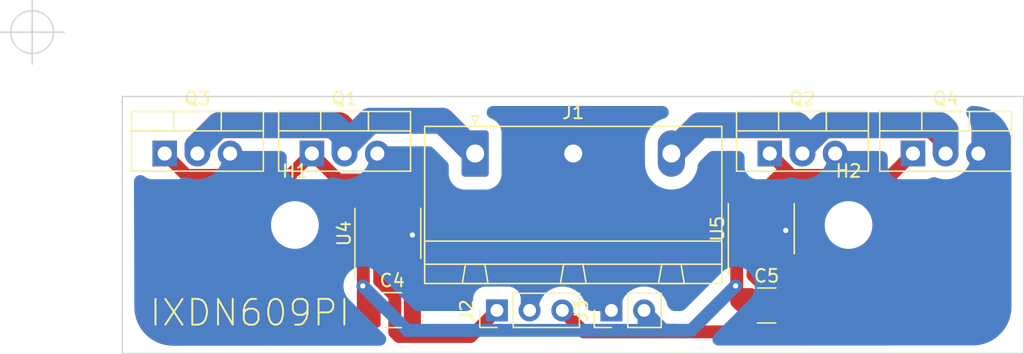
<source format=kicad_pcb>
(kicad_pcb (version 20240108) (generator "pcbnew") (generator_version "8.0")
  (layers (0 "F.Cu" signal) (31 "B.Cu" signal) (34 "B.Paste" user) (35 "F.Paste" user) (36 "B.SilkS" user "B.Silkscreen") (37 "F.SilkS" user "F.Silkscreen") (38 "B.Mask" user) (39 "F.Mask" user) (44 "Edge.Cuts" user))
  (net 0 "")
  (net 1 "GND")
  (net 2 "Net-(J1-Pin_3)")
  (net 3 "Net-(J1-Pin_1)")
  (net 4 "Net-(Q1-G)")
  (net 7 "Net-(Q2-G)")
  (net 8 "Net-(J2-Pin_1)")
  (net 9 "Net-(J2-Pin_3)")
  (net 10 "Net-(J3-Pin_2)")
  (footprint "MountingHole:MountingHole_3.2mm_M3" (layer "F.Cu") (at 33.401552 30)
    (property "Reference" "H1")
    (property "Value" "MountingHole")
  )
  (footprint "Connector_PinHeader_2.54mm:PinHeader_1x02_P2.54mm_Vertical" (layer "F.Cu") (at 57.981552 36.64 90)
    (property "Reference" "J3")
    (property "Value" "PWR")
  )
  (footprint "Package_TO_SOT_THT:TO-220-3_Vertical" (layer "F.Cu") (at 81.401552 24.44)
    (property "Reference" "Q4")
    (property "Value" "IRF540N")
  )
  (footprint "Capacitor_SMD:C_1210_3225Metric_Pad1.33x2.70mm_HandSolder" (layer "F.Cu") (at 40.964052 36.619)
    (property "Reference" "C4")
    (property "Value" "220n")
  )
  (footprint "MountingHole:MountingHole_3.2mm_M3" (layer "F.Cu") (at 76.401552 30)
    (property "Reference" "H2")
    (property "Value" "MountingHole")
  )
  (footprint "Capacitor_SMD:C_1210_3225Metric_Pad1.33x2.70mm_HandSolder" (layer "F.Cu") (at 70.041052 36.259)
    (property "Reference" "C5")
    (property "Value" "220n")
  )
  (footprint "Connector_PinHeader_2.54mm:PinHeader_1x03_P2.54mm_Vertical" (layer "F.Cu") (at 49.091552 36.64 90)
    (property "Reference" "J2")
    (property "Value" "IN")
  )
  (footprint "Package_TO_SOT_THT:TO-220-3_Vertical" (layer "F.Cu") (at 23.291552 24.44)
    (property "Reference" "Q3")
    (property "Value" "IRF540N")
  )
  (footprint "Package_TO_SOT_THT:TO-220-3_Vertical" (layer "F.Cu") (at 70.281552 24.44)
    (property "Reference" "Q2")
    (property "Value" "IRF540N")
  )
  (footprint "Package_SO:SOIC-8_3.9x4.9mm_P1.27mm" (layer "F.Cu") (at 40.621552 30.65 90)
    (property "Reference" "U4")
    (property "Value" "IXDN609PI")
  )
  (footprint "Package_TO_SOT_THT:TO-220-3_Vertical" (layer "F.Cu") (at 34.721552 24.44)
    (property "Reference" "Q1")
    (property "Value" "IRF540N")
  )
  (footprint "Connector_Phoenix_GMSTB:PhoenixContact_GMSTBA_2,5_3-G-7,62_1x03_P7.62mm_Horizontal" (layer "F.Cu") (at 47.401552 24.44)
    (property "Reference" "J1")
    (property "Value" "Out")
  )
  (footprint "Package_SO:SOIC-8_3.9x4.9mm_P1.27mm" (layer "F.Cu") (at 69.621552 30.29 90)
    (property "Reference" "U5")
    (property "Value" "IXDN609PI")
  )
  (gr_poly (pts (xy 82.442703 27.688585) (xy 82.447122 27.688925) (xy 82.451512 27.689447) (xy 82.455868 27.690149) (xy 82.460183 27.691028) (xy 82.464453 27.692083) (xy 82.468671 27.693311) (xy 82.472834 27.694708) (xy 82.476934 27.696274) (xy 82.480967 27.698006) (xy 82.484927 27.6999) (xy 82.488809 27.701955) (xy 82.492608 27.704168) (xy 82.496317 27.706537) (xy 82.499932 27.70906) (xy 82.503447 27.711734) (xy 82.506857 27.714556) (xy 82.510156 27.717524) (xy 82.513339 27.720637) (xy 82.5164 27.72389) (xy 82.519334 27.727283) (xy 82.522135 27.730812) (xy 82.524799 27.734475) (xy 82.527319 27.73827) (xy 82.52969 27.742194) (xy 82.531908 27.746246) (xy 83.014045 28.674589) (xy 83.537443 28.673848) (xy 84.430342 28.674471) (xy 85.029482 28.676069) (xy 85.39387 28.678241) (xy 85.582514 28.680582) (xy 86.105886 27.81427) (xy 86.110834 27.806805) (xy 86.116314 27.79986) (xy 86.122287 27.793451) (xy 86.128711 27.787595) (xy 86.135546 27.782308) (xy 86.142753 27.777607) (xy 86.15029 27.773508) (xy 86.158118 27.770028) (xy 86.166196 27.767184) (xy 86.174484 27.764991) (xy 86.182942 27.763466) (xy 86.191529 27.762627) (xy 86.200205 27.762488) (xy 86.20893 27.763068) (xy 86.217663 27.764382) (xy 86.226364 27.766447) (xy 86.230671 27.767745) (xy 86.234891 27.76921) (xy 86.239021 27.770838) (xy 86.243057 27.772625) (xy 86.250836 27.776658) (xy 86.258201 27.781274) (xy 86.265127 27.786439) (xy 86.271587 27.792119) (xy 86.277556 27.79828) (xy 86.283007 27.804887) (xy 86.287914 27.811906) (xy 86.292252 27.819303) (xy 86.295993 27.827044) (xy 86.299113 27.835094) (xy 86.301585 27.843418) (xy 86.303383 27.851984) (xy 86.304021 27.856346) (xy 86.304481 27.860756) (xy 86.304759 27.865209) (xy 86.304853 27.8697) (xy 86.304853 32.700607) (xy 86.304538 32.71768) (xy 86.3036 32.73459) (xy 86.302052 32.751329) (xy 86.299906 32.767886) (xy 86.297174 32.784252) (xy 86.293868 32.800418) (xy 86.29 32.816373) (xy 86.285581 32.832109) (xy 86.280625 32.847614) (xy 86.275143 32.86288) (xy 86.269147 32.877897) (xy 86.262649 32.892655) (xy 86.255661 32.907145) (xy 86.248196 32.921357) (xy 86.240265 32.93528) (xy 86.231881 32.948906) (xy 86.626309 32.948906) (xy 86.62825 32.948922) (xy 86.630195 32.948972) (xy 86.63214 32.949055) (xy 86.634084 32.949174) (xy 86.636024 32.949328) (xy 86.637958 32.94952) (xy 86.639884 32.949749) (xy 86.6418 32.950017) (xy 86.651757 32.950305) (xy 86.662427 32.949796) (xy 86.668838 32.949125) (xy 86.675835 32.948081) (xy 86.683318 32.94659) (xy 86.691189 32.94458) (xy 86.699348 32.94198) (xy 86.707697 32.938716) (xy 86.716136 32.934716) (xy 86.724566 32.929908) (xy 86.728747 32.927179) (xy 86.732889 32.92422) (xy 86.736979 32.921023) (xy 86.741005 32.917579) (xy 86.748608 32.910136) (xy 86.755746 32.901861) (xy 86.762416 32.892768) (xy 86.768614 32.882866) (xy 86.774337 32.872167) (xy 86.779582 32.860683) (xy 86.784344 32.848424) (xy 86.78862 32.835402) (xy 86.792407 32.821627) (xy 86.7957 32.807112) (xy 86.798497 32.791867) (xy 86.800793 32.775904) (xy 86.802585 32.759234) (xy 86.80387 32.741868) (xy 86.804643 32.723817) (xy 86.804902 32.705092) (xy 86.804142 32.678692) (xy 86.801909 32.652634) (xy 86.798274 32.626843) (xy 86.793307 32.601246) (xy 86.78708 32.575768) (xy 86.779661 32.550335) (xy 86.771124 32.524873) (xy 86.761537 32.499308) (xy 86.750971 32.473566) (xy 86.739498 32.447572) (xy 86.714109 32.394535) (xy 86.685937 32.339603) (xy 86.655545 32.282183) (xy 86.61088 32.197257) (xy 86.565575 32.106158) (xy 86.521662 32.007739) (xy 86.500863 31.955425) (xy 86.481174 31.900851) (xy 86.46285 31.843872) (xy 86.446144 31.784345) (xy 86.431312 31.722127) (xy 86.418606 31.657073) (xy 86.408282 31.589042) (xy 86.400592 31.517888) (xy 86.395792 31.443468) (xy 86.394136 31.36564) (xy 86.395411 31.296808) (xy 86.399131 31.230734) (xy 86.405137 31.167377) (xy 86.413268 31.106698) (xy 86.423366 31.048656) (xy 86.435272 30.993213) (xy 86.448825 30.940329) (xy 86.463868 30.889963) (xy 86.48024 30.842077) (xy 86.497783 30.79663) (xy 86.516336 30.753583) (xy 86.535742 30.712895) (xy 86.55584 30.674529) (xy 86.576471 30.638443) (xy 86.597476 30.604597) (xy 86.618696 30.572953) (xy 86.639971 30.543471) (xy 86.661143 30.51611) (xy 86.682051 30.490832) (xy 86.702536 30.467596) (xy 86.741603 30.427092) (xy 86.777069 30.394282) (xy 86.807659 30.368847) (xy 86.8321 30.35047) (xy 86.857435 30.33362) (xy 86.862246 30.330931) (xy 86.867135 30.328515) (xy 86.872093 30.326369) (xy 86.87711 30.324491) (xy 86.882178 30.322877) (xy 86.887288 30.321527) (xy 86.892429 30.320438) (xy 86.897593 30.319607) (xy 86.90277 30.319033) (xy 86.907952 30.318712) (xy 86.913129 30.318643) (xy 86.918291 30.318823) (xy 86.92343 30.31925) (xy 86.928536 30.319921) (xy 86.9336 30.320835) (xy 86.938612 30.32199) (xy 86.943564 30.323381) (xy 86.948447 30.325009) (xy 86.95325 30.326869) (xy 86.957965 30.328961) (xy 86.962582 30.331281) (xy 86.967093 30.333827) (xy 86.971488 30.336597) (xy 86.975757 30.339589) (xy 86.979892 30.342801) (xy 86.983883 30.346229) (xy 86.987721 30.349873) (xy 86.991397 30.353728) (xy 86.994901 30.357794) (xy 86.998224 30.362068) (xy 87.001358 30.366547) (xy 87.004292 30.37123) (xy 87.00698 30.376047) (xy 87.009396 30.380941) (xy 87.011542 30.385903) (xy 87.01342 30.390925) (xy 87.015033 30.395996) (xy 87.016383 30.401107) (xy 87.017473 30.40625) (xy 87.018303 30.411415) (xy 87.018878 30.416593) (xy 87.019199 30.421775) (xy 87.019269 30.426951) (xy 87.019089 30.432112) (xy 87.018663 30.437249) (xy 87.017992 30.442353) (xy 87.017079 30.447414) (xy 87.015927 30.452424) (xy 87.014536 30.457373) (xy 87.012911 30.462251) (xy 87.011053 30.467051) (xy 87.008964 30.471761) (xy 87.006647 30.476374) (xy 87.004104 30.48088) (xy 87.001337 30.485269) (xy 86.99835 30.489533) (xy 86.995143 30.493663) (xy 86.99172 30.497648) (xy 86.988082 30.50148) (xy 86.984232 30.50515) (xy 86.980173 30.508648) (xy 86.975906 30.511966) (xy 86.971435 30.515093) (xy 86.96676 30.518021) (xy 86.947339 30.531445) (xy 86.90486 30.566794) (xy 86.877445 30.593395) (xy 86.84723 30.626323) (xy 86.815203 30.66586) (xy 86.782352 30.712288) (xy 86.749666 30.765889) (xy 86.718132 30.826946) (xy 86.688739 30.89574) (xy 86.662474 30.972553) (xy 86.640326 31.057668) (xy 86.631104 31.103426) (xy 86.623282 31.151366) (xy 86.616983 31.201522) (xy 86.612331 31.253929) (xy 86.60945 31.308623) (xy 86.608462 31.36564) (xy 86.609899 31.433651) (xy 86.614074 31.498664) (xy 86.620781 31.560835) (xy 86.629814 31.62032) (xy 86.640968 31.677275) (xy 86.654038 31.731856) (xy 86.668818 31.784219) (xy 86.685102 31.834521) (xy 86.702685 31.882917) (xy 86.721361 31.929563) (xy 86.740925 31.974616) (xy 86.761171 32.018232) (xy 86.802888 32.101776) (xy 86.844868 32.181442) (xy 86.8781 32.244381) (xy 86.909932 32.306977) (xy 86.939431 32.369758) (xy 86.953013 32.401383) (xy 86.965662 32.433253) (xy 86.977259 32.465433) (xy 86.98769 32.497991) (xy 86.996836 32.530991) (xy 87.004581 32.5645) (xy 87.010808 32.598584) (xy 87.015401 32.633309) (xy 87.018242 32.668741) (xy 87.019215 32.704947) (xy 87.018664 32.736228) (xy 87.017013 32.766496) (xy 87.014264 32.795745) (xy 87.010419 32.82397) (xy 87.00548 32.851166) (xy 86.999449 32.877329) (xy 86.992328 32.902453) (xy 86.984119 32.926534) (xy 86.974825 32.949567) (xy 86.964447 32.971546) (xy 86.952988 32.992468) (xy 86.940449 33.012327) (xy 86.926833 33.031119) (xy 86.912142 33.048838) (xy 86.896377 33.065479) (xy 86.879541 33.081039) (xy 86.871727 33.087582) (xy 86.863858 33.093782) (xy 86.847989 33.105189) (xy 86.832012 33.115333) (xy 86.816005 33.124282) (xy 86.800046 33.132109) (xy 86.784212 33.138883) (xy 86.768582 33.144677) (xy 86.753232 33.149559) (xy 86.738242 33.153603) (xy 86.723688 33.156877) (xy 86.709648 33.159453) (xy 86.6962 33.161402) (xy 86.683421 33.162795) (xy 86.671391 33.163702) (xy 86.660185 33.164195) (xy 86.649883 33.164343) (xy 86.64534 33.164315) (xy 86.641033 33.164234) (xy 86.636966 33.164109) (xy 86.633146 33.163948) (xy 86.629579 33.163757) (xy 86.626269 33.163545) (xy 86.620448 33.163086) (xy 82.792165 33.163086) (xy 82.768391 33.162483) (xy 82.744927 33.160693) (xy 82.7218 33.157745) (xy 82.69904 33.15367) (xy 82.676677 33.148495) (xy 82.654739 33.142251) (xy 82.633256 33.134966) (xy 82.612257 33.126671) (xy 82.591772 33.117394) (xy 82.57183 33.107164) (xy 82.552459 33.096011) (xy 82.533689 33.083965) (xy 82.51555 33.071054) (xy 82.498071 33.057308) (xy 82.48128 33.042756) (xy 82.465208 33.027428) (xy 82.449883 33.011352) (xy 82.435334 32.994558) (xy 82.421592 32.977076) (xy 82.408685 32.958934) (xy 82.396642 32.940163) (xy 82.385493 32.920791) (xy 82.375267 32.900847) (xy 82.365994 32.880361) (xy 82.357701 32.859362) (xy 82.35042 32.83788) (xy 82.344178 32.815944) (xy 82.339006 32.793583) (xy 82.334932 32.770826) (xy 82.331986 32.747703) (xy 82.330197 32.724243) (xy 82.329594 32.700475) (xy 82.329594 28.234521) (xy 82.543906 28.234521) (xy 82.543906 32.700555) (xy 82.54423 32.713309) (xy 82.545191 32.725899) (xy 82.546772 32.738308) (xy 82.548959 32.75052) (xy 82.551736 32.76252) (xy 82.555087 32.774293) (xy 82.558996 32.785822) (xy 82.563448 32.797091) (xy 82.568426 32.808086) (xy 82.573916 32.81879) (xy 82.5799 32.829187) (xy 82.586365 32.839262) (xy 82.593293 32.848998) (xy 82.60067 32.858382) (xy 82.608479 32.867395) (xy 82.616705 32.876024) (xy 82.625332 32.884251) (xy 82.634344 32.892062) (xy 82.643726 32.89944) (xy 82.653461 32.90637) (xy 82.663535 32.912836) (xy 82.673931 32.918822) (xy 82.684634 32.924313) (xy 82.695627 32.929293) (xy 82.706896 32.933746) (xy 82.718425 32.937656) (xy 82.730197 32.941008) (xy 82.742197 32.943785) (xy 82.75441 32.945973) (xy 82.766819 32.947555) (xy 82.77941 32.948516) (xy 82.792165 32.94884) (xy 84.429645 32.94884) (xy 84.429645 32.94892) (xy 85.842321 32.94892) (xy 85.855077 32.948596) (xy 85.867666 32.947635) (xy 85.880075 32.946053) (xy 85.892287 32.943865) (xy 85.904287 32.941087) (xy 85.916058 32.937735) (xy 85.927585 32.933825) (xy 85.938853 32.929372) (xy 85.949845 32.924392) (xy 85.960546 32.918901) (xy 85.970941 32.912915) (xy 85.981013 32.906449) (xy 85.990746 32.899518) (xy 86.000126 32.89214) (xy 86.009137 32.884329) (xy 86.017762 32.876101) (xy 86.025986 32.867473) (xy 86.033793 32.858459) (xy 86.041168 32.849075) (xy 86.048094 32.839338) (xy 86.054557 32.829262) (xy 86.06054 32.818864) (xy 86.066028 32.80816) (xy 86.071005 32.797165) (xy 86.075455 32.785895) (xy 86.079363 32.774365) (xy 86.082713 32.762592) (xy 86.085489 32.75059) (xy 86.087675 32.738377) (xy 86.089256 32.725967) (xy 86.090217 32.713377) (xy 86.09054 32.700621) (xy 86.09054 28.254298) (xy 85.734477 28.843724) (xy 85.730175 28.850282) (xy 85.725453 28.85644) (xy 85.72034 28.862187) (xy 85.714865 28.867514) (xy 85.709055 28.87241) (xy 85.70294 28.876865) (xy 85.696547 28.880867) (xy 85.689905 28.884407) (xy 85.683043 28.887474) (xy 85.675988 28.890058) (xy 85.66877 28.892148) (xy 85.661418 28.893734) (xy 85.653958 28.894805) (xy 85.64642 28.895352) (xy 85.638832 28.895363) (xy 85.631224 28.894828) (xy 84.862032 28.889961) (xy 83.537443 28.888161) (xy 83.105967 28.888561) (xy 82.956035 28.889378) (xy 82.952226 28.889536) (xy 82.948415 28.889552) (xy 82.944607 28.889428) (xy 82.940805 28.889166) (xy 82.937014 28.888766) (xy 82.933238 28.88823) (xy 82.92948 28.887561) (xy 82.925747 28.886759) (xy 82.922041 28.885826) (xy 82.918366 28.884764) (xy 82.914728 28.883574) (xy 82.91113 28.882258) (xy 82.907577 28.880816) (xy 82.904072 28.879252) (xy 82.900621 28.877566) (xy 82.897226 28.87576) (xy 82.893893 28.873835) (xy 82.890626 28.871794) (xy 82.887428 28.869637) (xy 82.884305 28.867366) (xy 82.88126 28.864982) (xy 82.878297 28.862488) (xy 82.875422 28.859884) (xy 82.872637 28.857173) (xy 82.869948 28.854356) (xy 82.867358 28.851434) (xy 82.864871 28.848409) (xy 82.862493 28.845282) (xy 82.860227 28.842056) (xy 82.858077 28.83873) (xy 82.856048 28.835309) (xy 82.854144 28.831791) (xy 82.543906 28.234521) (xy 82.329594 28.234521) (xy 82.329594 27.795604) (xy 82.329692 27.790996) (xy 82.329985 27.78643) (xy 82.330468 27.78191) (xy 82.331139 27.777441) (xy 82.331993 27.773027) (xy 82.333027 27.768674) (xy 82.334238 27.764385) (xy 82.335622 27.760165) (xy 82.337174 27.75602) (xy 82.338893 27.751952) (xy 82.340774 27.747967) (xy 82.342813 27.74407) (xy 82.345008 27.740265) (xy 82.347354 27.736556) (xy 82.349847 27.732948) (xy 82.352485 27.729446) (xy 82.355264 27.726055) (xy 82.35818 27.722778) (xy 82.361229 27.71962) (xy 82.364409 27.716587) (xy 82.367715 27.713682) (xy 82.371144 27.71091) (xy 82.374692 27.708276) (xy 82.378356 27.705784) (xy 82.382131 27.703439) (xy 82.386016 27.701245) (xy 82.390006 27.699207) (xy 82.394096 27.69733) (xy 82.398285 27.695618) (xy 82.402568 27.694075) (xy 82.406942 27.692706) (xy 82.411403 27.691517) (xy 82.415875 27.690512) (xy 82.420356 27.689707) (xy 82.424841 27.689098) (xy 82.429323 27.688684) (xy 82.433798 27.688462) (xy 82.438259 27.68843)) (stroke (width 0.01)) (fill solid) (layer "F.Cu"))
  (gr_poly (pts (xy 83.477572 29.616808) (xy 83.496523 29.618253) (xy 83.515202 29.620633) (xy 83.533584 29.623925) (xy 83.551646 29.628103) (xy 83.569364 29.633146) (xy 83.586715 29.639028) (xy 83.603675 29.645727) (xy 83.620221 29.653219) (xy 83.636328 29.66148) (xy 83.651974 29.670486) (xy 83.667134 29.680215) (xy 83.681786 29.690641) (xy 83.695904 29.701742) (xy 83.709466 29.713494) (xy 83.722448 29.725873) (xy 83.734827 29.738856) (xy 83.746578 29.752418) (xy 83.757678 29.766537) (xy 83.768104 29.781188) (xy 83.777831 29.796349) (xy 83.786837 29.811994) (xy 83.795097 29.828102) (xy 83.802588 29.844647) (xy 83.809286 29.861607) (xy 83.815168 29.878957) (xy 83.82021 29.896674) (xy 83.824388 29.914735) (xy 83.827679 29.933116) (xy 83.830058 29.951792) (xy 83.831504 29.970741) (xy 83.831991 29.989939) (xy 83.831503 30.009139) (xy 83.830058 30.02809) (xy 83.827677 30.046768) (xy 83.824385 30.06515) (xy 83.820206 30.083212) (xy 83.815162 30.10093) (xy 83.809279 30.118281) (xy 83.802579 30.135242) (xy 83.795086 30.151787) (xy 83.786823 30.167895) (xy 83.777816 30.18354) (xy 83.768086 30.198701) (xy 83.757659 30.213352) (xy 83.746556 30.22747) (xy 83.734803 30.241032) (xy 83.722423 30.254015) (xy 83.70944 30.266393) (xy 83.695877 30.278144) (xy 83.681757 30.289244) (xy 83.667105 30.29967) (xy 83.651945 30.309397) (xy 83.636299 30.318403) (xy 83.620192 30.326663) (xy 83.603647 30.334154) (xy 83.586689 30.340852) (xy 83.569339 30.346734) (xy 83.551623 30.351776) (xy 83.533565 30.355954) (xy 83.515186 30.359245) (xy 83.496513 30.361625) (xy 83.477567 30.36307) (xy 83.458372 30.363557) (xy 83.439182 30.36307) (xy 83.420239 30.361625) (xy 83.401568 30.359245) (xy 83.383192 30.355954) (xy 83.365135 30.351776) (xy 83.34742 30.346734) (xy 83.330072 30.340852) (xy 83.313114 30.334154) (xy 83.29657 30.326663) (xy 83.280463 30.318403) (xy 83.264818 30.309397) (xy 83.249657 30.29967) (xy 83.235005 30.289244) (xy 83.220885 30.278144) (xy 83.207321 30.266393) (xy 83.194336 30.254015) (xy 83.181955 30.241032) (xy 83.170201 30.22747) (xy 83.159098 30.213352) (xy 83.148669 30.198701) (xy 83.138939 30.18354) (xy 83.12993 30.167895) (xy 83.121666 30.151787) (xy 83.114172 30.135242) (xy 83.107471 30.118281) (xy 83.101586 30.10093) (xy 83.096542 30.083212) (xy 83.092362 30.06515) (xy 83.089069 30.046768) (xy 83.086688 30.02809) (xy 83.085242 30.009139) (xy 83.084757 29.990031) (xy 83.299067 29.990031) (xy 83.299275 29.998217) (xy 83.299891 30.006296) (xy 83.300907 30.014259) (xy 83.302311 30.022096) (xy 83.304093 30.029796) (xy 83.306244 30.037349) (xy 83.308754 30.044747) (xy 83.311611 30.051977) (xy 83.314807 30.059031) (xy 83.31833 30.065898) (xy 83.322172 30.072568) (xy 83.326321 30.079031) (xy 83.330768 30.085277) (xy 83.335503 30.091295) (xy 83.340515 30.097077) (xy 83.345794 30.102612) (xy 83.35133 30.107889) (xy 83.357114 30.112898) (xy 83.363135 30.11763) (xy 83.369382 30.122075) (xy 83.375847 30.126222) (xy 83.382518 30.130061) (xy 83.389385 30.133582) (xy 83.39644 30.136776) (xy 83.40367 30.139631) (xy 83.411067 30.142139) (xy 83.41862 30.144288) (xy 83.426319 30.146069) (xy 83.434153 30.147472) (xy 83.442114 30.148487) (xy 83.45019 30.149103) (xy 83.458372 30.14931) (xy 83.46656 30.149103) (xy 83.474642 30.148487) (xy 83.482607 30.147472) (xy 83.490445 30.146069) (xy 83.498147 30.144288) (xy 83.505703 30.142139) (xy 83.513101 30.139631) (xy 83.520333 30.136776) (xy 83.527388 30.133582) (xy 83.534257 30.130061) (xy 83.540928 30.126222) (xy 83.547392 30.122075) (xy 83.553639 30.11763) (xy 83.559658 30.112898) (xy 83.565441 30.107889) (xy 83.570976 30.102612) (xy 83.576254 30.097077) (xy 83.581264 30.091295) (xy 83.585996 30.085277) (xy 83.590441 30.079031) (xy 83.594588 30.072567) (xy 83.598428 30.065897) (xy 83.601949 30.059031) (xy 83.605143 30.051977) (xy 83.607999 30.044746) (xy 83.610506 30.037349) (xy 83.612656 30.029796) (xy 83.614437 30.022096) (xy 83.61584 30.014259) (xy 83.616854 30.006296) (xy 83.617471 29.998217) (xy 83.617678 29.990031) (xy 83.61747 29.98184) (xy 83.616854 29.973755) (xy 83.615838 29.965787) (xy 83.614434 29.957946) (xy 83.612652 29.950241) (xy 83.610501 29.942684) (xy 83.607991 29.935283) (xy 83.605134 29.92805) (xy 83.601938 29.920993) (xy 83.598415 29.914124) (xy 83.594573 29.907451) (xy 83.590424 29.900986) (xy 83.585977 29.894739) (xy 83.581242 29.888718) (xy 83.57623 29.882935) (xy 83.570951 29.8774) (xy 83.565415 29.872122) (xy 83.559631 29.867112) (xy 83.55361 29.862379) (xy 83.547363 29.857934) (xy 83.540898 29.853787) (xy 83.534227 29.849948) (xy 83.52736 29.846426) (xy 83.520305 29.843233) (xy 83.513075 29.840377) (xy 83.505678 29.83787) (xy 83.498125 29.835721) (xy 83.490426 29.83394) (xy 83.482592 29.832537) (xy 83.474631 29.831523) (xy 83.466554 29.830907) (xy 83.458372 29.830699) (xy 83.45019 29.830907) (xy 83.442114 29.831523) (xy 83.434153 29.832537) (xy 83.426319 29.83394) (xy 83.41862 29.835721) (xy 83.411067 29.83787) (xy 83.40367 29.840377) (xy 83.39644 29.843233) (xy 83.389385 29.846426) (xy 83.382518 29.849948) (xy 83.375847 29.853787) (xy 83.369382 29.857934) (xy 83.363135 29.862379) (xy 83.357114 29.867112) (xy 83.35133 29.872122) (xy 83.345794 29.8774) (xy 83.340515 29.882935) (xy 83.335503 29.888718) (xy 83.330768 29.894739) (xy 83.326321 29.900986) (xy 83.322172 29.907451) (xy 83.31833 29.914124) (xy 83.314807 29.920993) (xy 83.311611 29.92805) (xy 83.308754 29.935283) (xy 83.306244 29.942684) (xy 83.304093 29.950241) (xy 83.302311 29.957946) (xy 83.300907 29.965787) (xy 83.299891 29.973755) (xy 83.299275 29.98184) (xy 83.299067 29.990031) (xy 83.084757 29.990031) (xy 83.084754 29.989939) (xy 83.085241 29.970741) (xy 83.086687 29.951792) (xy 83.089067 29.933116) (xy 83.092359 29.914735) (xy 83.096538 29.896675) (xy 83.101581 29.878957) (xy 83.107463 29.861607) (xy 83.114163 29.844647) (xy 83.121655 29.828102) (xy 83.129916 29.811995) (xy 83.138923 29.796349) (xy 83.148652 29.781188) (xy 83.159079 29.766537) (xy 83.17018 29.752418) (xy 83.181932 29.738856) (xy 83.194312 29.725873) (xy 83.207295 29.713494) (xy 83.220857 29.701742) (xy 83.234976 29.690641) (xy 83.249628 29.680215) (xy 83.264788 29.670486) (xy 83.280434 29.66148) (xy 83.296541 29.653219) (xy 83.313086 29.645727) (xy 83.330046 29.639028) (xy 83.347396 29.633146) (xy 83.365113 29.628103) (xy 83.383173 29.623925) (xy 83.401552 29.620633) (xy 83.420228 29.618253) (xy 83.439176 29.616808) (xy 83.458372 29.616321)) (stroke (width 0.01)) (fill solid) (layer "F.Cu"))
  (gr_poly (pts (xy 25.146987 31.523068) (xy 25.128032 31.521623) (xy 25.109349 31.519243) (xy 25.090962 31.515951) (xy 25.072895 31.511773) (xy 25.05517 31.50673) (xy 25.037813 31.500848) (xy 25.020847 31.494149) (xy 25.004295 31.486657) (xy 24.988181 31.478396) (xy 24.972528 31.46939) (xy 24.957361 31.459661) (xy 24.942703 31.449235) (xy 24.928578 31.438134) (xy 24.915009 31.426382) (xy 24.90202 31.414003) (xy 24.889635 31.40102) (xy 24.877877 31.387458) (xy 24.86677 31.373339) (xy 24.856338 31.358688) (xy 24.846604 31.343527) (xy 24.837593 31.327882) (xy 24.829327 31.311774) (xy 24.821831 31.295229) (xy 24.815128 31.278269) (xy 24.809241 31.260919) (xy 24.804195 31.243202) (xy 24.800014 31.225141) (xy 24.79672 31.20676) (xy 24.794337 31.188084) (xy 24.79289 31.169135) (xy 24.792401 31.149937) (xy 24.792889 31.130737) (xy 24.794335 31.111786) (xy 24.796717 31.093108) (xy 24.80001 31.074726) (xy 24.804191 31.056664) (xy 24.809237 31.038946) (xy 24.815123 31.021595) (xy 24.821825 31.004634) (xy 24.829322 30.988089) (xy 24.837587 30.971981) (xy 24.846599 30.956336) (xy 24.856332 30.941175) (xy 24.866764 30.926524) (xy 24.877871 30.912406) (xy 24.889629 30.898844) (xy 24.902015 30.885861) (xy 24.915004 30.873483) (xy 24.928574 30.861732) (xy 24.942699 30.850632) (xy 24.957358 30.840206) (xy 24.972525 30.830479) (xy 24.988178 30.821473) (xy 25.004293 30.813213) (xy 25.020845 30.805722) (xy 25.037812 30.799024) (xy 25.055169 30.793142) (xy 25.072894 30.7881) (xy 25.090961 30.783922) (xy 25.109349 30.780631) (xy 25.128032 30.778251) (xy 25.146987 30.776806) (xy 25.166191 30.776319) (xy 25.185382 30.776806) (xy 25.204325 30.778251) (xy 25.222997 30.780631) (xy 25.241373 30.783922) (xy 25.259431 30.7881) (xy 25.277146 30.793142) (xy 25.294495 30.799024) (xy 25.311454 30.805722) (xy 25.327999 30.813213) (xy 25.344107 30.821473) (xy 25.359753 30.830479) (xy 25.374915 30.840206) (xy 25.389569 30.850632) (xy 25.40369 30.861732) (xy 25.417255 30.873483) (xy 25.430241 30.885861) (xy 25.442623 30.898844) (xy 25.454378 30.912406) (xy 25.465483 30.926524) (xy 25.475913 30.941175) (xy 25.485645 30.956336) (xy 25.494655 30.971981) (xy 25.502919 30.988089) (xy 25.510414 31.004634) (xy 25.517116 31.021595) (xy 25.523002 31.038946) (xy 25.528047 31.056664) (xy 25.532228 31.074726) (xy 25.535521 31.093108) (xy 25.537902 31.111786) (xy 25.539349 31.130737) (xy 25.539834 31.149845) (xy 25.325524 31.149845) (xy 25.325316 31.141659) (xy 25.324698 31.13358) (xy 25.323682 31.125617) (xy 25.322277 31.11778) (xy 25.320493 31.11008) (xy 25.31834 31.102527) (xy 25.315829 31.095129) (xy 25.312969 31.087899) (xy 25.309772 31.080845) (xy 25.306246 31.073978) (xy 25.302402 31.067308) (xy 25.29825 31.060845) (xy 25.293801 31.054599) (xy 25.289064 31.048581) (xy 25.28405 31.042799) (xy 25.278768 31.037264) (xy 25.27323 31.031987) (xy 25.267444 31.026978) (xy 25.261422 31.022246) (xy 25.255172 31.017801) (xy 25.248707 31.013654) (xy 25.242035 31.009815) (xy 25.235166 31.006294) (xy 25.228112 31.0031) (xy 25.220881 31.000245) (xy 25.213485 30.997737) (xy 25.205933 30.995588) (xy 25.198235 30.993807) (xy 25.190402 30.992404) (xy 25.182443 30.991389) (xy 25.17437 30.990773) (xy 25.166191 30.990566) (xy 25.157988 30.990773) (xy 25.149892 30.991389) (xy 25.141913 30.992404) (xy 25.134062 30.993807) (xy 25.126348 30.995588) (xy 25.118781 30.997737) (xy 25.111372 31.000245) (xy 25.104131 31.0031) (xy 25.097067 31.006294) (xy 25.090191 31.009815) (xy 25.083512 31.013654) (xy 25.077042 31.017801) (xy 25.070788 31.022246) (xy 25.064763 31.026978) (xy 25.058976 31.031987) (xy 25.053436 31.037264) (xy 25.048154 31.042799) (xy 25.04314 31.048581) (xy 25.038404 31.054599) (xy 25.033957 31.060845) (xy 25.029807 31.067309) (xy 25.025965 31.073979) (xy 25.022441 31.080845) (xy 25.019246 31.087899) (xy 25.016389 31.09513) (xy 25.01388 31.102527) (xy 25.011729 31.11008) (xy 25.009946 31.11778) (xy 25.008542 31.125617) (xy 25.007526 31.13358) (xy 25.006909 31.141659) (xy 25.0067 31.149845) (xy 25.006908 31.158036) (xy 25.007526 31.166121) (xy 25.008542 31.174089) (xy 25.009948 31.18193) (xy 25.011732 31.189635) (xy 25.013886 31.197192) (xy 25.016398 31.204593) (xy 25.019259 31.211826) (xy 25.022458 31.218883) (xy 25.025986 31.225752) (xy 25.029831 31.232425) (xy 25.033985 31.23889) (xy 25.038437 31.245137) (xy 25.043177 31.251158) (xy 25.048195 31.256941) (xy 25.05348 31.262476) (xy 25.059023 31.267754) (xy 25.064814 31.272764) (xy 25.070841 31.277497) (xy 25.077096 31.281942) (xy 25.083568 31.286089) (xy 25.090247 31.289928) (xy 25.097122 31.29345) (xy 25.104185 31.296643) (xy 25.111424 31.299499) (xy 25.118829 31.302006) (xy 25.126391 31.304155) (xy 25.134099 31.305936) (xy 25.141943 31.307339) (xy 25.149913 31.308353) (xy 25.157999 31.308969) (xy 25.166191 31.309177) (xy 25.17437 31.308969) (xy 25.182443 31.308353) (xy 25.190402 31.307339) (xy 25.198235 31.305936) (xy 25.205933 31.304155) (xy 25.213485 31.302006) (xy 25.220881 31.299499) (xy 25.228112 31.296643) (xy 25.235166 31.29345) (xy 25.242035 31.289928) (xy 25.248707 31.286089) (xy 25.255172 31.281942) (xy 25.261422 31.277497) (xy 25.267444 31.272764) (xy 25.27323 31.267754) (xy 25.278768 31.262476) (xy 25.28405 31.256941) (xy 25.289064 31.251158) (xy 25.293801 31.245137) (xy 25.29825 31.23889) (xy 25.302402 31.232425) (xy 25.306246 31.225752) (xy 25.309772 31.218883) (xy 25.312969 31.211826) (xy 25.315829 31.204593) (xy 25.31834 31.197192) (xy 25.320493 31.189635) (xy 25.322277 31.18193) (xy 25.323682 31.174089) (xy 25.324698 31.166121) (xy 25.325316 31.158036) (xy 25.325524 31.149845) (xy 25.539834 31.149845) (xy 25.539836 31.149937) (xy 25.539349 31.169135) (xy 25.537903 31.188084) (xy 25.535522 31.20676) (xy 25.53223 31.225141) (xy 25.528051 31.243201) (xy 25.523007 31.260919) (xy 25.517124 31.278269) (xy 25.510424 31.295229) (xy 25.50293 31.311774) (xy 25.494668 31.327881) (xy 25.48566 31.343527) (xy 25.47593 31.358688) (xy 25.465502 31.373339) (xy 25.4544 31.387458) (xy 25.442646 31.40102) (xy 25.430265 31.414003) (xy 25.417281 31.426382) (xy 25.403717 31.438134) (xy 25.389597 31.449235) (xy 25.374944 31.459661) (xy 25.359783 31.46939) (xy 25.344136 31.478396) (xy 25.328028 31.486657) (xy 25.311482 31.494149) (xy 25.294521 31.500848) (xy 25.277171 31.50673) (xy 25.259453 31.511773) (xy 25.241392 31.515951) (xy 25.223012 31.519243) (xy 25.204336 31.521623) (xy 25.185388 31.523068) (xy 25.166191 31.523555)) (stroke (width 0.01)) (fill solid) (layer "F.Cu"))
  (gr_poly (pts (xy 27.89943 33.451291) (xy 27.895011 33.450951) (xy 27.890621 33.450429) (xy 27.886265 33.449727) (xy 27.88195 33.448848) (xy 27.87768 33.447793) (xy 27.873462 33.446565) (xy 27.869299 33.445168) (xy 27.865199 33.443602) (xy 27.861166 33.44187) (xy 27.857206 33.439976) (xy 27.853324 33.437921) (xy 27.849525 33.435708) (xy 27.845816 33.433339) (xy 27.842201 33.430816) (xy 27.838686 33.428142) (xy 27.835276 33.42532) (xy 27.831977 33.422352) (xy 27.828794 33.419239) (xy 27.825733 33.415986) (xy 27.822799 33.412593) (xy 27.819998 33.409064) (xy 27.817334 33.405401) (xy 27.814814 33.401606) (xy 27.812443 33.397682) (xy 27.810225 33.39363) (xy 27.328088 32.465287) (xy 26.80469 32.466028) (xy 25.911791 32.465405) (xy 25.312651 32.463807) (xy 24.948263 32.461635) (xy 24.759619 32.459294) (xy 24.236247 33.325606) (xy 24.231299 33.333071) (xy 24.225819 33.340016) (xy 24.219846 33.346425) (xy 24.213422 33.352281) (xy 24.206587 33.357568) (xy 24.19938 33.362269) (xy 24.191843 33.366368) (xy 24.184015 33.369848) (xy 24.175937 33.372692) (xy 24.167649 33.374885) (xy 24.159191 33.37641) (xy 24.150604 33.377249) (xy 24.141928 33.377388) (xy 24.133203 33.376808) (xy 24.12447 33.375494) (xy 24.115769 33.373429) (xy 24.111462 33.372131) (xy 24.107242 33.370666) (xy 24.103112 33.369038) (xy 24.099076 33.367251) (xy 24.091297 33.363218) (xy 24.083932 33.358602) (xy 24.077006 33.353437) (xy 24.070546 33.347757) (xy 24.064577 33.341596) (xy 24.059126 33.334989) (xy 24.054219 33.32797) (xy 24.049881 33.320573) (xy 24.04614 33.312832) (xy 24.04302 33.304782) (xy 24.040548 33.296458) (xy 24.03875 33.287892) (xy 24.038112 33.28353) (xy 24.037652 33.27912) (xy 24.037374 33.274667) (xy 24.03728 33.270176) (xy 24.03728 28.439269) (xy 24.037595 28.422196) (xy 24.038533 28.405286) (xy 24.040081 28.388547) (xy 24.042227 28.37199) (xy 24.044959 28.355624) (xy 24.048265 28.339458) (xy 24.052133 28.323503) (xy 24.056552 28.307767) (xy 24.061508 28.292262) (xy 24.06699 28.276996) (xy 24.072986 28.261979) (xy 24.079484 28.247221) (xy 24.086472 28.232731) (xy 24.093937 28.218519) (xy 24.101868 28.204596) (xy 24.110252 28.19097) (xy 23.715824 28.19097) (xy 23.713883 28.190954) (xy 23.711938 28.190904) (xy 23.709993 28.190821) (xy 23.708049 28.190702) (xy 23.706109 28.190548) (xy 23.704175 28.190356) (xy 23.702249 28.190127) (xy 23.700333 28.189859) (xy 23.690376 28.189571) (xy 23.679706 28.19008) (xy 23.673295 28.190751) (xy 23.666298 28.191795) (xy 23.658815 28.193286) (xy 23.650944 28.195296) (xy 23.642785 28.197896) (xy 23.634436 28.20116) (xy 23.625997 28.20516) (xy 23.617567 28.209968) (xy 23.613386 28.212697) (xy 23.609244 28.215656) (xy 23.605154 28.218853) (xy 23.601128 28.222297) (xy 23.593525 28.22974) (xy 23.586387 28.238015) (xy 23.579717 28.247108) (xy 23.573519 28.25701) (xy 23.567796 28.267709) (xy 23.562551 28.279193) (xy 23.557789 28.291452) (xy 23.553513 28.304474) (xy 23.549726 28.318249) (xy 23.546433 28.332764) (xy 23.543636 28.348009) (xy 23.54134 28.363972) (xy 23.539548 28.380642) (xy 23.538263 28.398008) (xy 23.53749 28.416059) (xy 23.537231 28.434784) (xy 23.537991 28.461184) (xy 23.540224 28.487242) (xy 23.543859 28.513033) (xy 23.548826 28.53863) (xy 23.555053 28.564108) (xy 23.562472 28.589541) (xy 23.571009 28.615003) (xy 23.580596 28.640568) (xy 23.591162 28.66631) (xy 23.602635 28.692304) (xy 23.628024 28.745341) (xy 23.656196 28.800273) (xy 23.686588 28.857693) (xy 23.731253 28.942619) (xy 23.776558 29.033718) (xy 23.820471 29.132137) (xy 23.84127 29.184451) (xy 23.860959 29.239025) (xy 23.879283 29.296004) (xy 23.895989 29.355531) (xy 23.910821 29.417749) (xy 23.923527 29.482803) (xy 23.933851 29.550834) (xy 23.941541 29.621988) (xy 23.946341 29.696408) (xy 23.947997 29.774236) (xy 23.946722 29.843068) (xy 23.943002 29.909142) (xy 23.936996 29.972499) (xy 23.928865 30.033178) (xy 23.918767 30.09122) (xy 23.906861 30.146663) (xy 23.893308 30.199547) (xy 23.878265 30.249913) (xy 23.861893 30.297799) (xy 23.84435 30.343246) (xy 23.825797 30.386293) (xy 23.806391 30.426981) (xy 23.786293 30.465347) (xy 23.765662 30.501433) (xy 23.744657 30.535279) (xy 23.723437 30.566923) (xy 23.702162 30.596405) (xy 23.68099 30.623766) (xy 23.660082 30.649044) (xy 23.639597 30.67228) (xy 23.60053 30.712784) (xy 23.565064 30.745594) (xy 23.534474 30.771029) (xy 23.510033 30.789406) (xy 23.484698 30.806256) (xy 23.479887 30.808945) (xy 23.474998 30.811361) (xy 23.47004 30.813507) (xy 23.465023 30.815385) (xy 23.459955 30.816999) (xy 23.454845 30.818349) (xy 23.449704 30.819438) (xy 23.44454 30.820269) (xy 23.439363 30.820843) (xy 23.434181 30.821164) (xy 23.429004 30.821233) (xy 23.423842 30.821053) (xy 23.418703 30.820626) (xy 23.413597 30.819955) (xy 23.408533 30.819041) (xy 23.403521 30.817886) (xy 23.398569 30.816495) (xy 23.393686 30.814867) (xy 23.388883 30.813007) (xy 23.384168 30.810915) (xy 23.379551 30.808595) (xy 23.37504 30.806049) (xy 23.370645 30.803279) (xy 23.366376 30.800287) (xy 23.362241 30.797075) (xy 23.35825 30.793647) (xy 23.354412 30.790003) (xy 23.350736 30.786148) (xy 23.347232 30.782082) (xy 23.343909 30.777808) (xy 23.340775 30.773329) (xy 23.337841 30.768646) (xy 23.335153 30.763829) (xy 23.332737 30.758935) (xy 23.330591 30.753973) (xy 23.328713 30.748951) (xy 23.3271 30.74388) (xy 23.32575 30.738769) (xy 23.32466 30.733626) (xy 23.32383 30.728461) (xy 23.323255 30.723283) (xy 23.322934 30.718101) (xy 23.322864 30.712925) (xy 23.323044 30.707764) (xy 23.32347 30.702627) (xy 23.324141 30.697523) (xy 23.325054 30.692462) (xy 23.326206 30.687452) (xy 23.327597 30.682503) (xy 23.329222 30.677625) (xy 23.33108 30.672825) (xy 23.333169 30.668115) (xy 23.335486 30.663502) (xy 23.338029 30.658996) (xy 23.340796 30.654607) (xy 23.343783 30.650343) (xy 23.34699 30.646213) (xy 23.350413 30.642228) (xy 23.354051 30.638396) (xy 23.357901 30.634726) (xy 23.36196 30.631228) (xy 23.366227 30.62791) (xy 23.370698 30.624783) (xy 23.375373 30.621855) (xy 23.394794 30.608431) (xy 23.437273 30.573082) (xy 23.464688 30.546481) (xy 23.494903 30.513553) (xy 23.52693 30.474016) (xy 23.559781 30.427588) (xy 23.592467 30.373987) (xy 23.624001 30.31293) (xy 23.653394 30.244136) (xy 23.679659 30.167323) (xy 23.701807 30.082208) (xy 23.711029 30.03645) (xy 23.718851 29.98851) (xy 23.72515 29.938354) (xy 23.729802 29.885947) (xy 23.732683 29.831253) (xy 23.733671 29.774236) (xy 23.732234 29.706225) (xy 23.728059 29.641212) (xy 23.721352 29.579041) (xy 23.712319 29.519556) (xy 23.701165 29.462601) (xy 23.688095 29.40802) (xy 23.673315 29.355657) (xy 23.657031 29.305355) (xy 23.639448 29.256959) (xy 23.620772 29.210313) (xy 23.601208 29.16526) (xy 23.580962 29.121644) (xy 23.539245 29.0381) (xy 23.497265 28.958434) (xy 23.464033 28.895495) (xy 23.432201 28.832899) (xy 23.402702 28.770118) (xy 23.38912 28.738493) (xy 23.376471 28.706623) (xy 23.364874 28.674443) (xy 23.354443 28.641885) (xy 23.345297 28.608885) (xy 23.337552 28.575376) (xy 23.331325 28.541292) (xy 23.326732 28.506567) (xy 23.323891 28.471135) (xy 23.322918 28.434929) (xy 23.323469 28.403648) (xy 23.32512 28.37338) (xy 23.327869 28.344131) (xy 23.331714 28.315906) (xy 23.336653 28.28871) (xy 23.342684 28.262547) (xy 23.349805 28.237423) (xy 23.358014 28.213342) (xy 23.367308 28.190309) (xy 23.377686 28.16833) (xy 23.389145 28.147408) (xy 23.401684 28.127549) (xy 23.4153 28.108757) (xy 23.429991 28.091038) (xy 23.445756 28.074397) (xy 23.462592 28.058837) (xy 23.470406 28.052294) (xy 23.478275 28.046094) (xy 23.494144 28.034687) (xy 23.510121 28.024543) (xy 23.526128 28.015594) (xy 23.542087 28.007767) (xy 23.557921 28.000993) (xy 23.573551 27.995199) (xy 23.588901 27.990317) (xy 23.603891 27.986273) (xy 23.618445 27.982999) (xy 23.632485 27.980423) (xy 23.645933 27.978474) (xy 23.658712 27.977081) (xy 23.670742 27.976174) (xy 23.681948 27.975681) (xy 23.69225 27.975533) (xy 23.696793 27.975561) (xy 23.7011 27.975642) (xy 23.705167 27.975767) (xy 23.708987 27.975928) (xy 23.712554 27.976119) (xy 23.715864 27.976331) (xy 23.721685 27.97679) (xy 27.549968 27.97679) (xy 27.573742 27.977393) (xy 27.597206 27.979183) (xy 27.620333 27.982131) (xy 27.643093 27.986206) (xy 27.665456 27.991381) (xy 27.687394 27.997625) (xy 27.708877 28.00491) (xy 27.729876 28.013205) (xy 27.750361 28.022482) (xy 27.770303 28.032712) (xy 27.789674 28.043865) (xy 27.808444 28.055911) (xy 27.826583 28.068822) (xy 27.844062 28.082568) (xy 27.860853 28.09712) (xy 27.876925 28.112448) (xy 27.89225 28.128524) (xy 27.906799 28.145318) (xy 27.920541 28.1628) (xy 27.933448 28.180942) (xy 27.945491 28.199713) (xy 27.95664 28.219085) (xy 27.966866 28.239029) (xy 27.976139 28.259515) (xy 27.984432 28.280514) (xy 27.991713 28.301996) (xy 27.997955 28.323932) (xy 28.003127 28.346293) (xy 28.007201 28.36905) (xy 28.010147 28.392173) (xy 28.011936 28.415633) (xy 28.012539 28.439401) (xy 28.012539 32.905355) (xy 27.798227 32.905355) (xy 27.798227 28.439321) (xy 27.797903 28.426567) (xy 27.796942 28.413977) (xy 27.795361 28.401568) (xy 27.793174 28.389356) (xy 27.790397 28.377356) (xy 27.787046 28.365583) (xy 27.783137 28.354054) (xy 27.778685 28.342785) (xy 27.773707 28.33179) (xy 27.768217 28.321086) (xy 27.762233 28.310689) (xy 27.755768 28.300614) (xy 27.74884 28.290878) (xy 27.741463 28.281494) (xy 27.733654 28.272481) (xy 27.725428 28.263852) (xy 27.716801 28.255625) (xy 27.707789 28.247814) (xy 27.698407 28.240436) (xy 27.688672 28.233506) (xy 27.678598 28.22704) (xy 27.668202 28.221054) (xy 27.657499 28.215563) (xy 27.646506 28.210583) (xy 27.635237 28.20613) (xy 27.623708 28.20222) (xy 27.611936 28.198868) (xy 27.599936 28.196091) (xy 27.587723 28.193903) (xy 27.575314 28.192321) (xy 27.562723 28.19136) (xy 27.549968 28.191036) (xy 25.912488 28.191036) (xy 25.912488 28.190956) (xy 24.499812 28.190956) (xy 24.487056 28.19128) (xy 24.474467 28.192241) (xy 24.462058 28.193823) (xy 24.449846 28.196011) (xy 24.437846 28.198789) (xy 24.426075 28.202141) (xy 24.414548 28.206051) (xy 24.40328 28.210504) (xy 24.392288 28.215484) (xy 24.381587 28.220975) (xy 24.371192 28.226961) (xy 24.36112 28.233427) (xy 24.351387 28.240358) (xy 24.342007 28.247736) (xy 24.332996 28.255547) (xy 24.324371 28.263775) (xy 24.316147 28.272403) (xy 24.30834 28.281417) (xy 24.300965 28.290801) (xy 24.294039 28.300538) (xy 24.287576 28.310614) (xy 24.281593 28.321012) (xy 24.276105 28.331716) (xy 24.271128 28.342711) (xy 24.266678 28.353981) (xy 24.26277 28.365511) (xy 24.25942 28.377284) (xy 24.256644 28.389286) (xy 24.254458 28.401499) (xy 24.252877 28.413909) (xy 24.251916 28.426499) (xy 24.251593 28.439255) (xy 24.251593 32.885578) (xy 24.607656 32.296152) (xy 24.611958 32.289594) (xy 24.61668 32.283436) (xy 24.621793 32.277689) (xy 24.627268 32.272362) (xy 24.633078 32.267466) (xy 24.639193 32.263011) (xy 24.645586 32.259009) (xy 24.652228 32.255469) (xy 24.65909 32.252402) (xy 24.666145 32.249818) (xy 24.673363 32.247728) (xy 24.680715 32.246142) (xy 24.688175 32.245071) (xy 24.695713 32.244524) (xy 24.703301 32.244513) (xy 24.710909 32.245048) (xy 25.480101 32.249915) (xy 26.80469 32.251715) (xy 27.236166 32.251315) (xy 27.386098 32.250498) (xy 27.389907 32.25034) (xy 27.393718 32.250324) (xy 27.397526 32.250448) (xy 27.401328 32.25071) (xy 27.405119 32.25111) (xy 27.408895 32.251646) (xy 27.412653 32.252315) (xy 27.416386 32.253117) (xy 27.420092 32.25405) (xy 27.423767 32.255112) (xy 27.427405 32.256302) (xy 27.431003 32.257618) (xy 27.434556 32.25906) (xy 27.438061 32.260624) (xy 27.441512 32.26231) (xy 27.444907 32.264116) (xy 27.44824 32.266041) (xy 27.451507 32.268082) (xy 27.454705 32.270239) (xy 27.457828 32.27251) (xy 27.460873 32.274894) (xy 27.463836 32.277388) (xy 27.466711 32.279992) (xy 27.469496 32.282703) (xy 27.472185 32.28552) (xy 27.474775 32.288442) (xy 27.477262 32.291467) (xy 27.47964 32.294594) (xy 27.481906 32.29782) (xy 27.484056 32.301146) (xy 27.486085 32.304567) (xy 27.487989 32.308085) (xy 27.798227 32.905355) (xy 28.012539 32.905355) (xy 28.012539 33.344272) (xy 28.012441 33.34888) (xy 28.012148 33.353446) (xy 28.011665 33.357966) (xy 28.010994 33.362435) (xy 28.01014 33.366849) (xy 28.009106 33.371202) (xy 28.007895 33.375491) (xy 28.006511 33.379711) (xy 28.004959 33.383856) (xy 28.00324 33.387924) (xy 28.001359 33.391909) (xy 27.99932 33.395806) (xy 27.997125 33.399611) (xy 27.994779 33.40332) (xy 27.992286 33.406928) (xy 27.989648 33.41043) (xy 27.986869 33.413821) (xy 27.983953 33.417098) (xy 27.980904 33.420256) (xy 27.977724 33.423289) (xy 27.974418 33.426194) (xy 27.970989 33.428966) (xy 27.967441 33.4316) (xy 27.963777 33.434092) (xy 27.960002 33.436437) (xy 27.956117 33.438631) (xy 27.952127 33.440669) (xy 27.948037 33.442546) (xy 27.943848 33.444258) (xy 27.939565 33.445801) (xy 27.935191 33.44717) (xy 27.93073 33.448359) (xy 27.926258 33.449364) (xy 27.921777 33.450169) (xy 27.917292 33.450778) (xy 27.91281 33.451192) (xy 27.908335 33.451414) (xy 27.903874 33.451446)) (stroke (width 0.01)) (fill solid) (layer "F.Cu"))
  (gr_poly (pts (xy 85.195146 29.616808) (xy 85.214101 29.618253) (xy 85.232784 29.620633) (xy 85.251171 29.623925) (xy 85.269238 29.628103) (xy 85.286963 29.633146) (xy 85.30432 29.639028) (xy 85.321286 29.645727) (xy 85.337838 29.653219) (xy 85.353952 29.66148) (xy 85.369605 29.670486) (xy 85.384772 29.680215) (xy 85.39943 29.690641) (xy 85.413555 29.701742) (xy 85.427124 29.713494) (xy 85.440113 29.725873) (xy 85.452498 29.738856) (xy 85.464256 29.752418) (xy 85.475363 29.766537) (xy 85.485795 29.781188) (xy 85.495529 29.796349) (xy 85.50454 29.811994) (xy 85.512806 29.828102) (xy 85.520302 29.844647) (xy 85.527005 29.861607) (xy 85.532892 29.878957) (xy 85.537938 29.896674) (xy 85.542119 29.914735) (xy 85.545413 29.933116) (xy 85.547796 29.951792) (xy 85.549243 29.970741) (xy 85.549732 29.989939) (xy 85.549244 30.009139) (xy 85.547798 30.02809) (xy 85.545416 30.046768) (xy 85.542123 30.06515) (xy 85.537942 30.083212) (xy 85.532896 30.10093) (xy 85.52701 30.118281) (xy 85.520308 30.135242) (xy 85.512811 30.151787) (xy 85.504546 30.167895) (xy 85.495534 30.18354) (xy 85.485801 30.198701) (xy 85.475369 30.213352) (xy 85.464262 30.22747) (xy 85.452504 30.241032) (xy 85.440118 30.254015) (xy 85.427129 30.266393) (xy 85.413559 30.278144) (xy 85.399434 30.289244) (xy 85.384775 30.29967) (xy 85.369608 30.309397) (xy 85.353955 30.318403) (xy 85.33784 30.326663) (xy 85.321288 30.334154) (xy 85.304321 30.340852) (xy 85.286964 30.346734) (xy 85.269239 30.351776) (xy 85.251172 30.355954) (xy 85.232784 30.359245) (xy 85.214101 30.361625) (xy 85.195146 30.36307) (xy 85.175942 30.363557) (xy 85.156751 30.36307) (xy 85.137808 30.361625) (xy 85.119136 30.359245) (xy 85.10076 30.355954) (xy 85.082702 30.351776) (xy 85.064987 30.346734) (xy 85.047638 30.340852) (xy 85.030679 30.334154) (xy 85.014134 30.326663) (xy 84.998026 30.318403) (xy 84.98238 30.309397) (xy 84.967218 30.29967) (xy 84.952564 30.289244) (xy 84.938443 30.278144) (xy 84.924878 30.266393) (xy 84.911892 30.254015) (xy 84.89951 30.241032) (xy 84.887755 30.22747) (xy 84.87665 30.213352) (xy 84.86622 30.198701) (xy 84.856488 30.18354) (xy 84.847478 30.167895) (xy 84.839214 30.151787) (xy 84.831719 30.135242) (xy 84.825017 30.118281) (xy 84.819131 30.10093) (xy 84.814086 30.083212) (xy 84.809905 30.06515) (xy 84.806612 30.046768) (xy 84.804231 30.02809) (xy 84.802784 30.009139) (xy 84.802299 29.990031) (xy 85.016609 29.990031) (xy 85.016817 29.998217) (xy 85.017435 30.006296) (xy 85.018451 30.014259) (xy 85.019856 30.022096) (xy 85.02164 30.029796) (xy 85.023793 30.037349) (xy 85.026304 30.044747) (xy 85.029164 30.051977) (xy 85.032361 30.059031) (xy 85.035887 30.065898) (xy 85.039731 30.072568) (xy 85.043883 30.079031) (xy 85.048332 30.085277) (xy 85.053069 30.091295) (xy 85.058083 30.097077) (xy 85.063365 30.102612) (xy 85.068903 30.107889) (xy 85.074689 30.112898) (xy 85.080711 30.11763) (xy 85.086961 30.122075) (xy 85.093426 30.126222) (xy 85.100098 30.130061) (xy 85.106967 30.133582) (xy 85.114021 30.136776) (xy 85.121252 30.139631) (xy 85.128648 30.142139) (xy 85.1362 30.144288) (xy 85.143898 30.146069) (xy 85.151731 30.147472) (xy 85.15969 30.148487) (xy 85.167763 30.149103) (xy 85.175942 30.14931) (xy 85.184145 30.149103) (xy 85.192241 30.148487) (xy 85.20022 30.147472) (xy 85.208071 30.146069) (xy 85.215785 30.144288) (xy 85.223352 30.142139) (xy 85.230761 30.139631) (xy 85.238002 30.136776) (xy 85.245066 30.133582) (xy 85.251942 30.130061) (xy 85.258621 30.126222) (xy 85.265091 30.122075) (xy 85.271345 30.11763) (xy 85.27737 30.112898) (xy 85.283157 30.107889) (xy 85.288697 30.102612) (xy 85.293979 30.097077) (xy 85.298993 30.091295) (xy 85.303729 30.085277) (xy 85.308176 30.079031) (xy 85.312326 30.072567) (xy 85.316168 30.065897) (xy 85.319692 30.059031) (xy 85.322887 30.051977) (xy 85.325744 30.044746) (xy 85.328253 30.037349) (xy 85.330404 30.029796) (xy 85.332187 30.022096) (xy 85.333591 30.014259) (xy 85.334607 30.006296) (xy 85.335224 29.998217) (xy 85.335433 29.990031) (xy 85.335225 29.98184) (xy 85.334607 29.973755) (xy 85.333591 29.965787) (xy 85.332185 29.957946) (xy 85.330401 29.950241) (xy 85.328247 29.942684) (xy 85.325735 29.935283) (xy 85.322874 29.92805) (xy 85.319675 29.920993) (xy 85.316147 29.914124) (xy 85.312302 29.907451) (xy 85.308148 29.900986) (xy 85.303696 29.894739) (xy 85.298956 29.888718) (xy 85.293938 29.882935) (xy 85.288653 29.8774) (xy 85.28311 29.872122) (xy 85.277319 29.867112) (xy 85.271292 29.862379) (xy 85.265037 29.857934) (xy 85.258565 29.853787) (xy 85.251886 29.849948) (xy 85.245011 29.846426) (xy 85.237948 29.843233) (xy 85.230709 29.840377) (xy 85.223304 29.83787) (xy 85.215742 29.835721) (xy 85.208034 29.83394) (xy 85.20019 29.832537) (xy 85.19222 29.831523) (xy 85.184134 29.830907) (xy 85.175942 29.830699) (xy 85.167763 29.830907) (xy 85.15969 29.831523) (xy 85.151731 29.832537) (xy 85.143898 29.83394) (xy 85.1362 29.835721) (xy 85.128648 29.83787) (xy 85.121252 29.840377) (xy 85.114021 29.843233) (xy 85.106967 29.846426) (xy 85.100098 29.849948) (xy 85.093426 29.853787) (xy 85.086961 29.857934) (xy 85.080711 29.862379) (xy 85.074689 29.867112) (xy 85.068903 29.872122) (xy 85.063365 29.8774) (xy 85.058083 29.882935) (xy 85.053069 29.888718) (xy 85.048332 29.894739) (xy 85.043883 29.900986) (xy 85.039731 29.907451) (xy 85.035887 29.914124) (xy 85.032361 29.920993) (xy 85.029164 29.92805) (xy 85.026304 29.935283) (xy 85.023793 29.942684) (xy 85.02164 29.950241) (xy 85.019856 29.957946) (xy 85.018451 29.965787) (xy 85.017435 29.973755) (xy 85.016817 29.98184) (xy 85.016609 29.990031) (xy 84.802299 29.990031) (xy 84.802297 29.989939) (xy 84.802784 29.970741) (xy 84.80423 29.951792) (xy 84.806611 29.933116) (xy 84.809903 29.914735) (xy 84.814082 29.896675) (xy 84.819126 29.878957) (xy 84.825009 29.861607) (xy 84.831709 29.844647) (xy 84.839203 29.828102) (xy 84.847465 29.811995) (xy 84.856473 29.796349) (xy 84.866203 29.781188) (xy 84.876631 29.766537) (xy 84.887733 29.752418) (xy 84.899487 29.738856) (xy 84.911868 29.725873) (xy 84.924852 29.713494) (xy 84.938416 29.701742) (xy 84.952536 29.690641) (xy 84.967189 29.680215) (xy 84.98235 29.670486) (xy 84.997997 29.66148) (xy 85.014105 29.653219) (xy 85.030651 29.645727) (xy 85.047612 29.639028) (xy 85.064962 29.633146) (xy 85.08268 29.628103) (xy 85.100741 29.623925) (xy 85.119121 29.620633) (xy 85.137797 29.618253) (xy 85.156745 29.616808) (xy 85.175942 29.616321)) (stroke (width 0.01)) (fill solid) (layer "F.Cu"))
  (gr_poly (pts (xy 25.831914 30.559923) (xy 25.826473 30.55951) (xy 25.821112 30.55883) (xy 25.815837 30.55789) (xy 25.810654 30.556696) (xy 25.80557 30.555255) (xy 25.800592 30.553573) (xy 25.795726 30.551658) (xy 25.790981 30.549516) (xy 25.786361 30.547153) (xy 25.781874 30.544577) (xy 25.777527 30.541794) (xy 25.773326 30.538811) (xy 25.769278 30.535634) (xy 25.76539 30.53227) (xy 25.761669 30.528726) (xy 25.758121 30.525008) (xy 25.754753 30.521123) (xy 25.751572 30.517079) (xy 25.748585 30.51288) (xy 25.745797 30.508535) (xy 25.743217 30.50405) (xy 25.740851 30.499431) (xy 25.738705 30.494686) (xy 25.736786 30.48982) (xy 25.735101 30.484841) (xy 25.733657 30.479755) (xy 25.73246 30.474569) (xy 25.731518 30.46929) (xy 25.730836 30.463924) (xy 25.730422 30.458478) (xy 25.730283 30.452959) (xy 25.730422 30.447439) (xy 25.730836 30.441993) (xy 25.731518 30.436626) (xy 25.732461 30.431346) (xy 25.733658 30.426159) (xy 25.735102 30.421071) (xy 25.736787 30.416091) (xy 25.738707 30.411223) (xy 25.740853 30.406476) (xy 25.74322 30.401855) (xy 25.745801 30.397368) (xy 25.748589 30.39302) (xy 25.751577 30.38882) (xy 25.754759 30.384773) (xy 25.758127 30.380886) (xy 25.761676 30.377165) (xy 25.765398 30.373619) (xy 25.769286 30.370252) (xy 25.773335 30.367073) (xy 25.777536 30.364087) (xy 25.781884 30.361302) (xy 25.786371 30.358724) (xy 25.790991 30.356359) (xy 25.795738 30.354215) (xy 25.800603 30.352298) (xy 25.805582 30.350615) (xy 25.810666 30.349172) (xy 25.815849 30.347977) (xy 25.821125 30.347036) (xy 25.826487 30.346355) (xy 25.831927 30.345942) (xy 25.837439 30.345802) (xy 25.916576 30.345802) (xy 25.925228 30.196921) (xy 25.925663 30.191623) (xy 25.92635 30.186407) (xy 25.927281 30.181277) (xy 25.92845 30.17624) (xy 25.929852 30.171301) (xy 25.931479 30.166467) (xy 25.933326 30.161742) (xy 25.935385 30.157132) (xy 25.937651 30.152644) (xy 25.940117 30.148283) (xy 25.942777 30.144054) (xy 25.945624 30.139964) (xy 25.948652 30.136017) (xy 25.951855 30.13222) (xy 25.955226 30.128579) (xy 25.958759 30.125099) (xy 25.962448 30.121785) (xy 25.966285 30.118644) (xy 25.970266 30.115681) (xy 25.974383 30.112902) (xy 25.97863 30.110312) (xy 25.983 30.107918) (xy 25.987488 30.105725) (xy 25.992087 30.103738) (xy 25.996791 30.101964) (xy 26.001592 30.100408) (xy 26.006486 30.099075) (xy 26.011464 30.097972) (xy 26.016522 30.097105) (xy 26.021653 30.096478) (xy 26.02685 30.096097) (xy 26.032107 30.095969) (xy 26.033665 30.095983) (xy 26.035239 30.096017) (xy 26.038391 30.096115) (xy 26.043885 30.09658) (xy 26.049292 30.097313) (xy 26.054605 30.098309) (xy 26.059817 30.099559) (xy 26.064922 30.101058) (xy 26.069915 30.102797) (xy 26.074787 30.10477) (xy 26.079534 30.10697) (xy 26.084148 30.10939) (xy 26.088623 30.112022) (xy 26.092954 30.114859) (xy 26.097133 30.117895) (xy 26.101154 30.121121) (xy 26.10501 30.124532) (xy 26.108697 30.128121) (xy 26.112206 30.131879) (xy 26.115532 30.1358) (xy 26.118668 30.139876) (xy 26.121608 30.144102) (xy 26.124346 30.148469) (xy 26.126875 30.152971) (xy 26.129189 30.1576) (xy 26.131281 30.16235) (xy 26.133146 30.167212) (xy 26.134776 30.172181) (xy 26.136165 30.17725) (xy 26.137308 30.18241) (xy 26.138196 30.187655) (xy 26.138826 30.192978) (xy 26.139189 30.198372) (xy 26.139279 30.20383) (xy 26.139091 30.209344) (xy 26.131167 30.345736) (xy 26.212473 30.345736) (xy 26.217983 30.345876) (xy 26.223422 30.346289) (xy 26.228781 30.34697) (xy 26.234056 30.347912) (xy 26.239238 30.349107) (xy 26.244322 30.35055) (xy 26.2493 30.352234) (xy 26.254166 30.354151) (xy 26.258912 30.356296) (xy 26.263533 30.358661) (xy 26.26802 30.36124) (xy 26.272369 30.364025) (xy 26.276571 30.367012) (xy 26.28062 30.370192) (xy 26.28451 30.373559) (xy 26.288233 30.377106) (xy 26.291783 30.380827) (xy 26.295153 30.384714) (xy 26.298336 30.388762) (xy 26.301325 30.392963) (xy 26.304115 30.397311) (xy 26.306697 30.401799) (xy 26.309065 30.406421) (xy 26.311213 30.411169) (xy 26.313133 30.416036) (xy 26.31482 30.421017) (xy 26.316265 30.426105) (xy 26.317463 30.431292) (xy 26.318406 30.436573) (xy 26.319089 30.44194) (xy 26.319503 30.447386) (xy 26.319642 30.452906) (xy 26.319503 30.458424) (xy 26.319089 30.463869) (xy 26.318406 30.469235) (xy 26.317463 30.474515) (xy 26.316265 30.479701) (xy 26.31482 30.484788) (xy 26.313133 30.489768) (xy 26.311213 30.494635) (xy 26.309065 30.499383) (xy 26.306697 30.504003) (xy 26.304115 30.508491) (xy 26.301325 30.512838) (xy 26.298336 30.517039) (xy 26.295153 30.521086) (xy 26.291783 30.524974) (xy 26.288233 30.528694) (xy 26.28451 30.532241) (xy 26.28062 30.535608) (xy 26.276571 30.538787) (xy 26.272369 30.541774) (xy 26.26802 30.544559) (xy 26.263533 30.547138) (xy 26.258912 30.549503) (xy 26.254166 30.551648) (xy 26.2493 30.553565) (xy 26.244322 30.555249) (xy 26.239238 30.556691) (xy 26.234056 30.557887) (xy 26.228781 30.558829) (xy 26.223422 30.559509) (xy 26.217983 30.559923) (xy 26.212473 30.560062) (xy 25.837426 30.560062)) (stroke (width 0.01)) (fill solid) (layer "F.Cu"))
  (gr_poly (pts (xy 84.510219 30.579953) (xy 84.51566 30.580366) (xy 84.521021 30.581046) (xy 84.526296 30.581986) (xy 84.531479 30.58318) (xy 84.536563 30.584621) (xy 84.541541 30.586303) (xy 84.546407 30.588218) (xy 84.551152 30.59036) (xy 84.555772 30.592723) (xy 84.560259 30.595299) (xy 84.564606 30.598082) (xy 84.568807 30.601065) (xy 84.572855 30.604242) (xy 84.576743 30.607606) (xy 84.580464 30.61115) (xy 84.584012 30.614868) (xy 84.58738 30.618753) (xy 84.590561 30.622797) (xy 84.593548 30.626996) (xy 84.596336 30.631341) (xy 84.598916 30.635826) (xy 84.601282 30.640445) (xy 84.603428 30.64519) (xy 84.605347 30.650056) (xy 84.607032 30.655035) (xy 84.608476 30.660121) (xy 84.609673 30.665307) (xy 84.610615 30.670586) (xy 84.611297 30.675952) (xy 84.611711 30.681398) (xy 84.61185 30.686917) (xy 84.611711 30.692437) (xy 84.611297 30.697883) (xy 84.610615 30.70325) (xy 84.609672 30.70853) (xy 84.608475 30.713717) (xy 84.607031 30.718805) (xy 84.605346 30.723785) (xy 84.603426 30.728653) (xy 84.60128 30.7334) (xy 84.598913 30.738021) (xy 84.596332 30.742508) (xy 84.593544 30.746856) (xy 84.590556 30.751056) (xy 84.587374 30.755103) (xy 84.584006 30.75899) (xy 84.580457 30.762711) (xy 84.576735 30.766257) (xy 84.572847 30.769624) (xy 84.568798 30.772803) (xy 84.564597 30.775789) (xy 84.560249 30.778574) (xy 84.555762 30.781152) (xy 84.551142 30.783517) (xy 84.546395 30.785661) (xy 84.54153 30.787578) (xy 84.536551 30.789261) (xy 84.531467 30.790704) (xy 84.526284 30.791899) (xy 84.521008 30.79284) (xy 84.515646 30.793521) (xy 84.510206 30.793934) (xy 84.504694 30.794074) (xy 84.425557 30.794074) (xy 84.416905 30.942955) (xy 84.41647 30.948253) (xy 84.415783 30.953469) (xy 84.414852 30.958599) (xy 84.413683 30.963636) (xy 84.412281 30.968575) (xy 84.410654 30.973409) (xy 84.408807 30.978134) (xy 84.406748 30.982744) (xy 84.404482 30.987232) (xy 84.402016 30.991593) (xy 84.399356 30.995822) (xy 84.396509 30.999912) (xy 84.393481 31.003859) (xy 84.390278 31.007656) (xy 84.386907 31.011297) (xy 84.383374 31.014777) (xy 84.379685 31.018091) (xy 84.375848 31.021232) (xy 84.371867 31.024195) (xy 84.36775 31.026974) (xy 84.363503 31.029564) (xy 84.359133 31.031958) (xy 84.354645 31.034151) (xy 84.350046 31.036138) (xy 84.345342 31.037912) (xy 84.340541 31.039468) (xy 84.335647 31.040801) (xy 84.330669 31.041904) (xy 84.325611 31.042771) (xy 84.32048 31.043398) (xy 84.315283 31.043779) (xy 84.310026 31.043907) (xy 84.308468 31.043893) (xy 84.306894 31.043859) (xy 84.303742 31.043761) (xy 84.298248 31.043296) (xy 84.292841 31.042563) (xy 84.287528 31.041567) (xy 84.282316 31.040317) (xy 84.277211 31.038818) (xy 84.272218 31.037079) (xy 84.267346 31.035106) (xy 84.262599 31.032906) (xy 84.257985 31.030486) (xy 84.25351 31.027854) (xy 84.249179 31.025017) (xy 84.245 31.021981) (xy 84.240979 31.018755) (xy 84.237123 31.015344) (xy 84.233436 31.011755) (xy 84.229927 31.007997) (xy 84.226601 31.004076) (xy 84.223465 31) (xy 84.220525 30.995774) (xy 84.217787 30.991407) (xy 84.215258 30.986905) (xy 84.212944 30.982276) (xy 84.210852 30.977526) (xy 84.208987 30.972664) (xy 84.207357 30.967695) (xy 84.205968 30.962626) (xy 84.204825 30.957466) (xy 84.203937 30.952221) (xy 84.203307 30.946898) (xy 84.202944 30.941504) (xy 84.202854 30.936046) (xy 84.203042 30.930532) (xy 84.210966 30.79414) (xy 84.12966 30.79414) (xy 84.12415 30.794) (xy 84.118711 30.793587) (xy 84.113352 30.792906) (xy 84.108077 30.791964) (xy 84.102895 30.790769) (xy 84.097811 30.789326) (xy 84.092833 30.787642) (xy 84.087967 30.785725) (xy 84.083221 30.78358) (xy 84.0786 30.781215) (xy 84.074113 30.778636) (xy 84.069764 30.775851) (xy 84.065562 30.772864) (xy 84.061513 30.769684) (xy 84.057623 30.766317) (xy 84.0539 30.76277) (xy 84.05035 30.759049) (xy 84.04698 30.755162) (xy 84.043797 30.751114) (xy 84.040808 30.746913) (xy 84.038018 30.742565) (xy 84.035436 30.738077) (xy 84.033068 30.733455) (xy 84.03092 30.728707) (xy 84.029 30.72384) (xy 84.027313 30.718859) (xy 84.025868 30.713771) (xy 84.02467 30.708584) (xy 84.023727 30.703303) (xy 84.023044 30.697936) (xy 84.02263 30.69249) (xy 84.022491 30.68697) (xy 84.02263 30.681452) (xy 84.023044 30.676007) (xy 84.023727 30.670641) (xy 84.02467 30.665361) (xy 84.025868 30.660175) (xy 84.027313 30.655088) (xy 84.029 30.650108) (xy 84.03092 30.645241) (xy 84.033068 30.640493) (xy 84.035436 30.635873) (xy 84.038018 30.631385) (xy 84.040808 30.627038) (xy 84.043797 30.622837) (xy 84.04698 30.61879) (xy 84.05035 30.614902) (xy 84.0539 30.611182) (xy 84.057623 30.607635) (xy 84.061513 30.604268) (xy 84.065562 30.601089) (xy 84.069764 30.598102) (xy 84.074113 30.595317) (xy 84.0786 30.592738) (xy 84.083221 30.590373) (xy 84.087967 30.588228) (xy 84.092833 30.586311) (xy 84.097811 30.584627) (xy 84.102895 30.583185) (xy 84.108077 30.581989) (xy 84.113352 30.581047) (xy 84.118711 30.580367) (xy 84.12415 30.579953) (xy 84.12966 30.579814) (xy 84.504707 30.579814)) (stroke (width 0.01)) (fill solid) (layer "F.Cu"))
  (gr_poly (pts (xy 26.864561 31.523068) (xy 26.84561 31.521623) (xy 26.826931 31.519243) (xy 26.808549 31.515951) (xy 26.790487 31.511773) (xy 26.772769 31.50673) (xy 26.755418 31.500848) (xy 26.738458 31.494149) (xy 26.721912 31.486657) (xy 26.705805 31.478396) (xy 26.690159 31.46939) (xy 26.674999 31.459661) (xy 26.660347 31.449235) (xy 26.646229 31.438134) (xy 26.632667 31.426382) (xy 26.619685 31.414003) (xy 26.607306 31.40102) (xy 26.595555 31.387458) (xy 26.584455 31.373339) (xy 26.574029 31.358688) (xy 26.564302 31.343527) (xy 26.555296 31.327882) (xy 26.547036 31.311774) (xy 26.539545 31.295229) (xy 26.532847 31.278269) (xy 26.526965 31.260919) (xy 26.521923 31.243202) (xy 26.517745 31.225141) (xy 26.514454 31.20676) (xy 26.512075 31.188084) (xy 26.510629 31.169135) (xy 26.510142 31.149937) (xy 26.51063 31.130737) (xy 26.512075 31.111786) (xy 26.514456 31.093108) (xy 26.517748 31.074726) (xy 26.521927 31.056664) (xy 26.526971 31.038946) (xy 26.532854 31.021595) (xy 26.539554 31.004634) (xy 26.547047 30.988089) (xy 26.55531 30.971981) (xy 26.564317 30.956336) (xy 26.574047 30.941175) (xy 26.584474 30.926524) (xy 26.595577 30.912406) (xy 26.60733 30.898844) (xy 26.61971 30.885861) (xy 26.632693 30.873483) (xy 26.646256 30.861732) (xy 26.660376 30.850632) (xy 26.675028 30.840206) (xy 26.690188 30.830479) (xy 26.705834 30.821473) (xy 26.721941 30.813213) (xy 26.738486 30.805722) (xy 26.755444 30.799024) (xy 26.772794 30.793142) (xy 26.79051 30.7881) (xy 26.808568 30.783922) (xy 26.826947 30.780631) (xy 26.84562 30.778251) (xy 26.864566 30.776806) (xy 26.883761 30.776319) (xy 26.902951 30.776806) (xy 26.921894 30.778251) (xy 26.940565 30.780631) (xy 26.958941 30.783922) (xy 26.976998 30.7881) (xy 26.994713 30.793142) (xy 27.012061 30.799024) (xy 27.029019 30.805722) (xy 27.045563 30.813213) (xy 27.06167 30.821473) (xy 27.077315 30.830479) (xy 27.092476 30.840206) (xy 27.107128 30.850632) (xy 27.121248 30.861732) (xy 27.134812 30.873483) (xy 27.147797 30.885861) (xy 27.160178 30.898844) (xy 27.171932 30.912406) (xy 27.183035 30.926524) (xy 27.193464 30.941175) (xy 27.203194 30.956336) (xy 27.212203 30.971981) (xy 27.220467 30.988089) (xy 27.227961 31.004634) (xy 27.234662 31.021595) (xy 27.240547 31.038946) (xy 27.245591 31.056664) (xy 27.249771 31.074726) (xy 27.253064 31.093108) (xy 27.255445 31.111786) (xy 27.256891 31.130737) (xy 27.257376 31.149845) (xy 27.043066 31.149845) (xy 27.042858 31.141659) (xy 27.042242 31.13358) (xy 27.041226 31.125617) (xy 27.039822 31.11778) (xy 27.03804 31.11008) (xy 27.035889 31.102527) (xy 27.033379 31.095129) (xy 27.030522 31.087899) (xy 27.027326 31.080845) (xy 27.023803 31.073978) (xy 27.019961 31.067308) (xy 27.015812 31.060845) (xy 27.011365 31.054599) (xy 27.00663 31.048581) (xy 27.001618 31.042799) (xy 26.996339 31.037264) (xy 26.990803 31.031987) (xy 26.985019 31.026978) (xy 26.978998 31.022246) (xy 26.972751 31.017801) (xy 26.966286 31.013654) (xy 26.959615 31.009815) (xy 26.952748 31.006294) (xy 26.945693 31.0031) (xy 26.938463 31.000245) (xy 26.931066 30.997737) (xy 26.923513 30.995588) (xy 26.915814 30.993807) (xy 26.90798 30.992404) (xy 26.900019 30.991389) (xy 26.891943 30.990773) (xy 26.883761 30.990566) (xy 26.875573 30.990773) (xy 26.867491 30.991389) (xy 26.859526 30.992404) (xy 26.851688 30.993807) (xy 26.843986 30.995588) (xy 26.83643 30.997737) (xy 26.829032 31.000245) (xy 26.8218 31.0031) (xy 26.814745 31.006294) (xy 26.807876 31.009815) (xy 26.801205 31.013654) (xy 26.794741 31.017801) (xy 26.788494 31.022246) (xy 26.782475 31.026978) (xy 26.776692 31.031987) (xy 26.771157 31.037264) (xy 26.765879 31.042799) (xy 26.760869 31.048581) (xy 26.756137 31.054599) (xy 26.751692 31.060845) (xy 26.747545 31.067309) (xy 26.743705 31.073979) (xy 26.740184 31.080845) (xy 26.73699 31.087899) (xy 26.734134 31.09513) (xy 26.731627 31.102527) (xy 26.729477 31.11008) (xy 26.727696 31.11778) (xy 26.726293 31.125617) (xy 26.725279 31.13358) (xy 26.724662 31.141659) (xy 26.724455 31.149845) (xy 26.724663 31.158036) (xy 26.725279 31.166121) (xy 26.726295 31.174089) (xy 26.727699 31.18193) (xy 26.729481 31.189635) (xy 26.731632 31.197192) (xy 26.734142 31.204593) (xy 26.736999 31.211826) (xy 26.740195 31.218883) (xy 26.743718 31.225752) (xy 26.74756 31.232425) (xy 26.751709 31.23889) (xy 26.756156 31.245137) (xy 26.760891 31.251158) (xy 26.765903 31.256941) (xy 26.771182 31.262476) (xy 26.776718 31.267754) (xy 26.782502 31.272764) (xy 26.788523 31.277497) (xy 26.79477 31.281942) (xy 26.801235 31.286089) (xy 26.807906 31.289928) (xy 26.814773 31.29345) (xy 26.821828 31.296643) (xy 26.829058 31.299499) (xy 26.836455 31.302006) (xy 26.844008 31.304155) (xy 26.851707 31.305936) (xy 26.859541 31.307339) (xy 26.867502 31.308353) (xy 26.875579 31.308969) (xy 26.883761 31.309177) (xy 26.891943 31.308969) (xy 26.900019 31.308353) (xy 26.90798 31.307339) (xy 26.915814 31.305936) (xy 26.923513 31.304155) (xy 26.931066 31.302006) (xy 26.938463 31.299499) (xy 26.945693 31.296643) (xy 26.952748 31.29345) (xy 26.959615 31.289928) (xy 26.966286 31.286089) (xy 26.972751 31.281942) (xy 26.978998 31.277497) (xy 26.985019 31.272764) (xy 26.990803 31.267754) (xy 26.996339 31.262476) (xy 27.001618 31.256941) (xy 27.00663 31.251158) (xy 27.011365 31.245137) (xy 27.015812 31.23889) (xy 27.019961 31.232425) (xy 27.023803 31.225752) (xy 27.027326 31.218883) (xy 27.030522 31.211826) (xy 27.033379 31.204593) (xy 27.035889 31.197192) (xy 27.03804 31.189635) (xy 27.039822 31.18193) (xy 27.041226 31.174089) (xy 27.042242 31.166121) (xy 27.042858 31.158036) (xy 27.043066 31.149845) (xy 27.257376 31.149845) (xy 27.257379 31.149937) (xy 27.256892 31.169135) (xy 27.255446 31.188084) (xy 27.253066 31.20676) (xy 27.249774 31.225141) (xy 27.245595 31.243201) (xy 27.240552 31.260919) (xy 27.23467 31.278269) (xy 27.22797 31.295229) (xy 27.220478 31.311774) (xy 27.212217 31.327881) (xy 27.20321 31.343527) (xy 27.193481 31.358688) (xy 27.183054 31.373339) (xy 27.171953 31.387458) (xy 27.160201 31.40102) (xy 27.147821 31.414003) (xy 27.134838 31.426382) (xy 27.121276 31.438134) (xy 27.107157 31.449235) (xy 27.092505 31.459661) (xy 27.077345 31.46939) (xy 27.061699 31.478396) (xy 27.045592 31.486657) (xy 27.029047 31.494149) (xy 27.012087 31.500848) (xy 26.994737 31.50673) (xy 26.97702 31.511773) (xy 26.95896 31.515951) (xy 26.940581 31.519243) (xy 26.921905 31.521623) (xy 26.902957 31.523068) (xy 26.883761 31.523555)) (stroke (width 0.01)) (fill solid) (layer "F.Cu"))
  (gr_rect (start 20 20) (end 90 40) (stroke (width 0.1)) (fill none) (layer "Edge.Cuts"))
  (gr_text "PP driver \nv1.2 - 2024" (at 73.401552 38 0) (layer "F.Cu") (effects (font (size 1.5 1.5) (thickness 0.3) (bold yes)) (justify left bottom)))
  (gr_text "IXDN609PI" (at 22 38 0) (layer "F.SilkS") (effects (font (size 2 2)) (justify left bottom)))
  (target plus (at 13 15) (size 5) (width 0.1) (layer "Edge.Cuts"))
  (segment (start 71.526552 34.1) (end 71.526552 27.815) (width 1) (layer "F.Cu") (net 1))
  (segment (start 42.526552 37) (end 42.526552 28.175) (width 1) (layer "F.Cu") (net 1))
  (segment (start 71.526552 36.64) (end 71.526552 34.1) (width 1) (layer "F.Cu") (net 1))
  (via (at 71.526552 30.417) (size 0.8) (drill 0.4) (layers "F.Cu" "B.Cu") (net 1))
  (via (at 42.526552 30.777) (size 0.8) (drill 0.4) (layers "F.Cu" "B.Cu") (net 1))
  (segment (start 82.951552 22.24) (end 83.941552 23.23) (width 2) (layer "F.Cu") (net 2))
  (segment (start 72.821552 22.6275) (end 72.434052 22.24) (width 2) (layer "F.Cu") (net 2))
  (segment (start 72.821552 23.888405) (end 74.469957 22.24) (width 2) (layer "F.Cu") (net 2))
  (segment (start 64.841552 22.24) (end 62.641552 24.44) (width 2) (layer "F.Cu") (net 2))
  (segment (start 72.821552 24.44) (end 72.821552 22.6275) (width 2) (layer "F.Cu") (net 2))
  (segment (start 83.941552 23.23) (end 83.941552 24.44) (width 2) (layer "F.Cu") (net 2))
  (segment (start 74.469957 22.24) (end 82.951552 22.24) (width 2) (layer "F.Cu") (net 2))
  (segment (start 72.434052 22.24) (end 64.841552 22.24) (width 2) (layer "F.Cu") (net 2))
  (segment (start 72.821552 24.44) (end 72.821552 23.888405) (width 2) (layer "F.Cu") (net 2))
  (segment (start 72.821552 22.6275) (end 72.821552 24.44) (width 2) (layer "B.Cu") (net 2))
  (segment (start 72.434052 22.24) (end 72.821552 22.6275) (width 2) (layer "B.Cu") (net 2))
  (segment (start 64.841552 22.24) (end 72.434052 22.24) (width 2) (layer "B.Cu") (net 2))
  (segment (start 83.554052 22.24) (end 83.941552 22.6275) (width 2) (layer "B.Cu") (net 2))
  (segment (start 74.469957 22.24) (end 83.554052 22.24) (width 2) (layer "B.Cu") (net 2))
  (segment (start 83.941552 22.6275) (end 83.941552 24.44) (width 2) (layer "B.Cu") (net 2))
  (segment (start 62.641552 24.44) (end 64.841552 22.24) (width 2) (layer "B.Cu") (net 2))
  (segment (start 72.821552 23.888405) (end 74.469957 22.24) (width 2) (layer "B.Cu") (net 2))
  (segment (start 72.821552 24.44) (end 72.821552 23.888405) (width 2) (layer "B.Cu") (net 2))
  (segment (start 39.230282 21.9) (end 44.861552 21.9) (width 2) (layer "F.Cu") (net 3))
  (segment (start 44.861552 21.9) (end 47.401552 24.44) (width 2) (layer "F.Cu") (net 3))
  (segment (start 25.831552 23.888405) (end 25.831552 24.44) (width 2) (layer "F.Cu") (net 3))
  (segment (start 37.261552 23.86873) (end 39.230282 21.9) (width 2) (layer "F.Cu") (net 3))
  (segment (start 37.261552 24.44) (end 37.261552 22.6275) (width 2) (layer "F.Cu") (net 3))
  (segment (start 27.479957 22.24) (end 25.831552 23.888405) (width 2) (layer "F.Cu") (net 3))
  (segment (start 37.261552 22.6275) (end 36.874052 22.24) (width 2) (layer "F.Cu") (net 3))
  (segment (start 37.261552 24.44) (end 37.261552 23.86873) (width 2) (layer "F.Cu") (net 3))
  (segment (start 36.874052 22.24) (end 27.479957 22.24) (width 2) (layer "F.Cu") (net 3))
  (segment (start 36.391552 22.24) (end 37.261552 23.11) (width 2) (layer "B.Cu") (net 3))
  (segment (start 44.841552 21.88) (end 39.269957 21.88) (width 2) (layer "B.Cu") (net 3))
  (segment (start 37.261552 23.11) (end 37.261552 24.44) (width 2) (layer "B.Cu") (net 3))
  (segment (start 39.269957 21.88) (end 37.261552 23.888405) (width 2) (layer "B.Cu") (net 3))
  (segment (start 25.831552 23.888405) (end 27.479957 22.24) (width 2) (layer "B.Cu") (net 3))
  (segment (start 27.479957 22.24) (end 36.391552 22.24) (width 2) (layer "B.Cu") (net 3))
  (segment (start 47.401552 24.44) (end 44.841552 21.88) (width 2) (layer "B.Cu") (net 3))
  (segment (start 37.261552 23.888405) (end 37.261552 24.44) (width 2) (layer "B.Cu") (net 3))
  (segment (start 25.831552 24.44) (end 25.831552 23.888405) (width 2) (layer "B.Cu") (net 3))
  (segment (start 34.721552 24.44) (end 36.781552 26.5) (width 1) (layer "F.Cu") (net 4))
  (segment (start 36.781552 26.5) (end 39.22279 26.5) (width 1) (layer "F.Cu") (net 4))
  (segment (start 39.22279 26.5) (end 40.686552 27.963762) (width 1) (layer "F.Cu") (net 4))
  (segment (start 40.686552 27.963762) (end 40.686552 28.175) (width 1) (layer "F.Cu") (net 4))
  (segment (start 23.291552 24.44) (end 24.991552 26.14) (width 1) (layer "F.Cu") (net 4))
  (segment (start 24.991552 26.14) (end 33.021552 26.14) (width 1) (layer "F.Cu") (net 4))
  (segment (start 39.986552 28.175) (end 40.686552 28.175) (width 1) (layer "F.Cu") (net 4))
  (segment (start 33.021552 26.14) (end 34.721552 24.44) (width 1) (layer "F.Cu") (net 4))
  (segment (start 40.686552 28.175) (end 41.256552 28.175) (width 1) (layer "F.Cu") (net 4))
  (segment (start 70.256552 27.815) (end 70.256552 26.903762) (width 1) (layer "F.Cu") (net 7))
  (segment (start 70.256552 26.903762) (end 71.020314 26.14) (width 1) (layer "F.Cu") (net 7))
  (segment (start 79.701552 26.14) (end 81.401552 24.44) (width 1) (layer "F.Cu") (net 7))
  (segment (start 71.981552 26.14) (end 79.701552 26.14) (width 1) (layer "F.Cu") (net 7))
  (segment (start 68.986552 27.815) (end 70.256552 27.815) (width 1) (layer "F.Cu") (net 7))
  (segment (start 71.020314 26.14) (end 71.981552 26.14) (width 1) (layer "F.Cu") (net 7))
  (segment (start 70.281552 24.44) (end 71.981552 26.14) (width 1) (layer "F.Cu") (net 7))
  (segment (start 39.986552 33.125) (end 39.986552 34.34107) (width 1) (layer "F.Cu") (net 8))
  (segment (start 39.986552 34.34107) (end 41.160052 35.51457) (width 1) (layer "F.Cu") (net 8))
  (segment (start 47.062552 38.669) (end 49.091552 36.64) (width 1) (layer "F.Cu") (net 8))
  (segment (start 41.489052 38.669) (end 47.062552 38.669) (width 1) (layer "F.Cu") (net 8))
  (segment (start 41.160052 38.34) (end 41.489052 38.669) (width 1) (layer "F.Cu") (net 8))
  (segment (start 41.160052 35.51457) (end 41.160052 38.34) (width 1) (layer "F.Cu") (net 8))
  (segment (start 55.840552 38.309) (end 54.171552 36.64) (width 1) (layer "F.Cu") (net 9))
  (segment (start 68.986552 32.765) (end 68.986552 33.90407) (width 1) (layer "F.Cu") (net 9))
  (segment (start 68.986552 33.90407) (end 69.841052 34.75857) (width 1) (layer "F.Cu") (net 9))
  (segment (start 69.841052 34.75857) (end 69.841052 37.75943) (width 1) (layer "F.Cu") (net 9))
  (segment (start 69.291482 38.309) (end 55.840552 38.309) (width 1) (layer "F.Cu") (net 9))
  (segment (start 69.841052 37.75943) (end 69.291482 38.309) (width 1) (layer "F.Cu") (net 9))
  (segment (start 38.716552 33.125) (end 38.716552 36.315) (width 1) (layer "F.Cu") (net 10))
  (segment (start 38.716552 33.125) (end 38.716552 28.175) (width 1) (layer "F.Cu") (net 10))
  (segment (start 67.716552 35.955) (end 68.401552 36.64) (width 1) (layer "F.Cu") (net 10))
  (segment (start 38.716552 36.315) (end 39.401552 37) (width 1) (layer "F.Cu") (net 10))
  (segment (start 67.716552 32.765) (end 67.716552 35.955) (width 1) (layer "F.Cu") (net 10))
  (segment (start 67.716552 27.815) (end 67.716552 32.765) (width 1) (layer "F.Cu") (net 10))
  (via (at 38.677552 34.735) (size 0.8) (drill 0.4) (layers "F.Cu" "B.Cu") (net 10))
  (via (at 67.633552 34.735) (size 0.8) (drill 0.4) (layers "F.Cu" "B.Cu") (net 10))
  (segment (start 42.132552 38.19) (end 60.521552 38.19) (width 1) (layer "B.Cu") (net 10))
  (segment (start 60.521552 36.64) (end 60.521552 38.19) (width 1) (layer "B.Cu") (net 10))
  (segment (start 60.521552 38.19) (end 63.061552 38.19) (width 1) (layer "B.Cu") (net 10))
  (segment (start 64.178552 38.19) (end 67.633552 34.735) (width 1) (layer "B.Cu") (net 10))
  (segment (start 38.677552 34.735) (end 42.132552 38.19) (width 1) (layer "B.Cu") (net 10))
  (segment (start 60.521552 36.64) (end 62.071552 38.19) (width 1) (layer "B.Cu") (net 10))
  (segment (start 62.071552 38.19) (end 63.061552 38.19) (width 1) (layer "B.Cu") (net 10))
  (segment (start 63.061552 38.19) (end 64.178552 38.19) (width 1) (layer "B.Cu") (net 10))
  (zone (net 1) (net_name "GND") (layer "B.Cu") (connect_pads yes (clearance 1)) (min_thickness 1) (fill yes (thermal_gap 1) (thermal_bridge_width 1) (smoothing fillet) (radius 3))
    (polygon (pts (xy 89.055552 39.3668) (xy 20.940352 39.3922) (xy 20.889552 20.74) (xy 89.055552 20.74)))
  )
)
</source>
